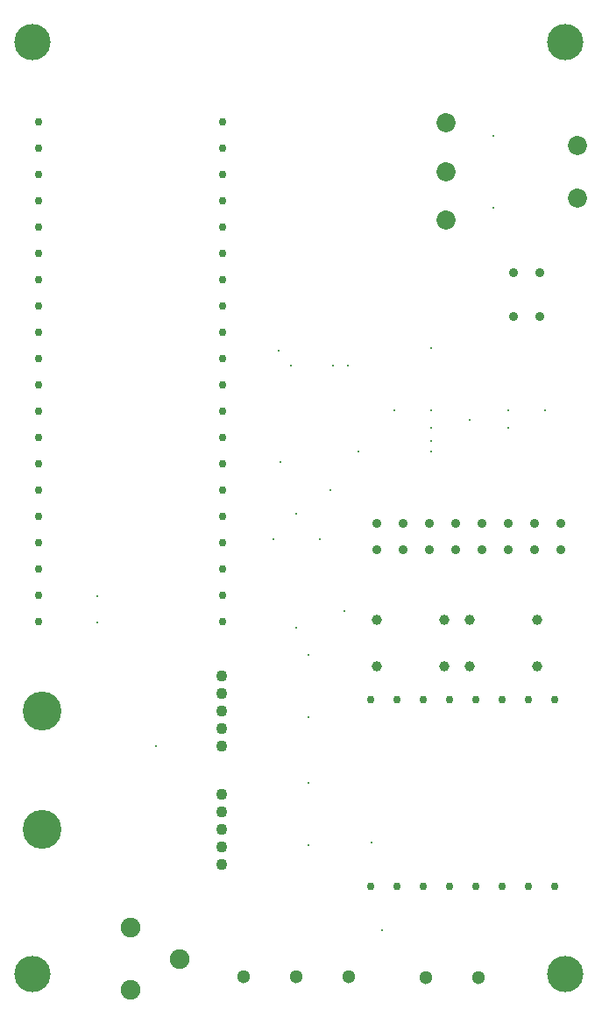
<source format=gbr>
%TF.GenerationSoftware,Altium Limited,Altium Designer,25.2.1 (25)*%
G04 Layer_Color=0*
%FSLAX43Y43*%
%MOMM*%
%TF.SameCoordinates,F457C3C9-6880-4064-B818-50B76E06CF19*%
%TF.FilePolarity,Positive*%
%TF.FileFunction,Plated,1,4,PTH,Drill*%
%TF.Part,Single*%
G01*
G75*
%TA.AperFunction,ComponentDrill*%
%ADD64C,1.300*%
%ADD65C,3.750*%
%ADD66C,1.100*%
%ADD67C,0.900*%
%ADD68C,0.900*%
%ADD69C,1.900*%
%ADD70C,0.762*%
%ADD71C,3.500*%
%ADD72C,0.762*%
%ADD73C,1.000*%
%ADD74C,1.850*%
%ADD75C,3.500*%
%TA.AperFunction,ViaDrill,NotFilled*%
%ADD76C,0.300*%
D64*
X47580Y4200D02*
D03*
X42500D02*
D03*
X24920Y4300D02*
D03*
X30000D02*
D03*
X35080D02*
D03*
D65*
X5438Y18500D02*
D03*
Y29900D02*
D03*
D66*
X22812Y15100D02*
D03*
Y16800D02*
D03*
Y20200D02*
D03*
Y21900D02*
D03*
Y18500D02*
D03*
Y26500D02*
D03*
Y28200D02*
D03*
Y31600D02*
D03*
Y33300D02*
D03*
Y29900D02*
D03*
D67*
X52990Y45500D02*
D03*
X55530D02*
D03*
X47910Y45500D02*
D03*
X50450D02*
D03*
X42830D02*
D03*
X45370D02*
D03*
X37750D02*
D03*
X40290D02*
D03*
D68*
X47910Y48040D02*
D03*
X45370Y48040D02*
D03*
X42830Y48040D02*
D03*
X40290D02*
D03*
X37750D02*
D03*
X50450Y48040D02*
D03*
X55530D02*
D03*
X52990D02*
D03*
X51000Y68000D02*
D03*
X53540D02*
D03*
Y72250D02*
D03*
X51000D02*
D03*
D69*
X14000Y3000D02*
D03*
Y9000D02*
D03*
X18700Y6000D02*
D03*
D70*
X37220Y30980D02*
D03*
X39760D02*
D03*
X42300D02*
D03*
X44840D02*
D03*
X47380D02*
D03*
X49920D02*
D03*
X52460D02*
D03*
X55000D02*
D03*
X37220Y13000D02*
D03*
X39760D02*
D03*
X42300D02*
D03*
X44840D02*
D03*
X47380D02*
D03*
X49920D02*
D03*
X52460D02*
D03*
X55000D02*
D03*
D71*
X4500Y94500D02*
D03*
D72*
X22890Y38590D02*
D03*
Y41130D02*
D03*
Y43670D02*
D03*
Y46210D02*
D03*
Y48750D02*
D03*
Y51290D02*
D03*
Y53830D02*
D03*
Y56370D02*
D03*
Y58910D02*
D03*
Y61450D02*
D03*
Y63990D02*
D03*
Y66530D02*
D03*
Y69070D02*
D03*
Y71610D02*
D03*
Y74150D02*
D03*
Y76690D02*
D03*
Y79230D02*
D03*
Y81770D02*
D03*
Y84310D02*
D03*
Y86850D02*
D03*
X5110D02*
D03*
Y84310D02*
D03*
Y81770D02*
D03*
Y79230D02*
D03*
Y76690D02*
D03*
Y74150D02*
D03*
Y71610D02*
D03*
Y69070D02*
D03*
Y66530D02*
D03*
Y63990D02*
D03*
Y61450D02*
D03*
Y58910D02*
D03*
Y56370D02*
D03*
Y53830D02*
D03*
Y51290D02*
D03*
Y48750D02*
D03*
Y46210D02*
D03*
Y43670D02*
D03*
Y41130D02*
D03*
Y38590D02*
D03*
D73*
X53250Y34250D02*
D03*
X46750D02*
D03*
X53250Y38750D02*
D03*
X46750D02*
D03*
X37750D02*
D03*
X44250D02*
D03*
X37750Y34250D02*
D03*
X44250D02*
D03*
D74*
X57200Y79460D02*
D03*
Y84540D02*
D03*
X44500Y77300D02*
D03*
Y82000D02*
D03*
Y86700D02*
D03*
D75*
X56000Y94500D02*
D03*
X4500Y4500D02*
D03*
X56000D02*
D03*
D76*
X49000Y85500D02*
D03*
Y78500D02*
D03*
X43000Y65000D02*
D03*
X31150Y29350D02*
D03*
Y35350D02*
D03*
Y16950D02*
D03*
Y22950D02*
D03*
X28250Y64750D02*
D03*
X35000Y63250D02*
D03*
X36000Y55000D02*
D03*
X30000Y49000D02*
D03*
X32250Y46500D02*
D03*
X27750D02*
D03*
X33250Y51250D02*
D03*
X33500Y63250D02*
D03*
X29500D02*
D03*
X28500Y54000D02*
D03*
X10750Y41000D02*
D03*
Y38500D02*
D03*
X38250Y8750D02*
D03*
X37250Y17250D02*
D03*
X46750Y58000D02*
D03*
X54000Y59000D02*
D03*
X39500D02*
D03*
X43000Y55000D02*
D03*
Y56000D02*
D03*
X50500Y59000D02*
D03*
X43000D02*
D03*
Y57250D02*
D03*
X50500D02*
D03*
X16438Y26500D02*
D03*
X30000Y38000D02*
D03*
X34650Y39600D02*
D03*
%TF.MD5,6457da604d2d4e7df8088cee2de8aad1*%
M02*

</source>
